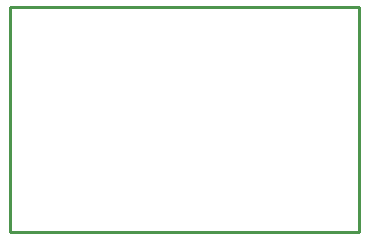
<source format=gbr>
G04 EAGLE Gerber RS-274X export*
G75*
%MOMM*%
%FSLAX34Y34*%
%LPD*%
%IN*%
%IPPOS*%
%AMOC8*
5,1,8,0,0,1.08239X$1,22.5*%
G01*
%ADD10C,0.254000*%


D10*
X0Y0D02*
X295275Y0D01*
X295275Y190500D01*
X0Y190500D01*
X0Y0D01*
M02*

</source>
